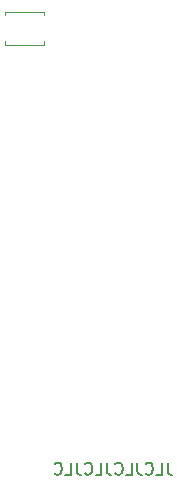
<source format=gbo>
G04 #@! TF.GenerationSoftware,KiCad,Pcbnew,7.0.10-7.0.10~ubuntu23.10.1*
G04 #@! TF.CreationDate,2024-03-11T19:26:56+01:00*
G04 #@! TF.ProjectId,peripherialModule,70657269-7068-4657-9269-616c4d6f6475,rev?*
G04 #@! TF.SameCoordinates,Original*
G04 #@! TF.FileFunction,Legend,Bot*
G04 #@! TF.FilePolarity,Positive*
%FSLAX46Y46*%
G04 Gerber Fmt 4.6, Leading zero omitted, Abs format (unit mm)*
G04 Created by KiCad (PCBNEW 7.0.10-7.0.10~ubuntu23.10.1) date 2024-03-11 19:26:56*
%MOMM*%
%LPD*%
G01*
G04 APERTURE LIST*
%ADD10C,0.150000*%
%ADD11C,0.120000*%
%ADD12R,1.700000X1.700000*%
%ADD13O,1.700000X1.700000*%
%ADD14R,1.500000X1.500000*%
%ADD15C,1.500000*%
%ADD16C,4.800000*%
%ADD17R,0.900000X1.700000*%
G04 APERTURE END LIST*
D10*
X221983106Y-105295819D02*
X221983106Y-106010104D01*
X221983106Y-106010104D02*
X222030725Y-106152961D01*
X222030725Y-106152961D02*
X222125963Y-106248200D01*
X222125963Y-106248200D02*
X222268820Y-106295819D01*
X222268820Y-106295819D02*
X222364058Y-106295819D01*
X221030725Y-106295819D02*
X221506915Y-106295819D01*
X221506915Y-106295819D02*
X221506915Y-105295819D01*
X220125963Y-106200580D02*
X220173582Y-106248200D01*
X220173582Y-106248200D02*
X220316439Y-106295819D01*
X220316439Y-106295819D02*
X220411677Y-106295819D01*
X220411677Y-106295819D02*
X220554534Y-106248200D01*
X220554534Y-106248200D02*
X220649772Y-106152961D01*
X220649772Y-106152961D02*
X220697391Y-106057723D01*
X220697391Y-106057723D02*
X220745010Y-105867247D01*
X220745010Y-105867247D02*
X220745010Y-105724390D01*
X220745010Y-105724390D02*
X220697391Y-105533914D01*
X220697391Y-105533914D02*
X220649772Y-105438676D01*
X220649772Y-105438676D02*
X220554534Y-105343438D01*
X220554534Y-105343438D02*
X220411677Y-105295819D01*
X220411677Y-105295819D02*
X220316439Y-105295819D01*
X220316439Y-105295819D02*
X220173582Y-105343438D01*
X220173582Y-105343438D02*
X220125963Y-105391057D01*
X219411677Y-105295819D02*
X219411677Y-106010104D01*
X219411677Y-106010104D02*
X219459296Y-106152961D01*
X219459296Y-106152961D02*
X219554534Y-106248200D01*
X219554534Y-106248200D02*
X219697391Y-106295819D01*
X219697391Y-106295819D02*
X219792629Y-106295819D01*
X218459296Y-106295819D02*
X218935486Y-106295819D01*
X218935486Y-106295819D02*
X218935486Y-105295819D01*
X217554534Y-106200580D02*
X217602153Y-106248200D01*
X217602153Y-106248200D02*
X217745010Y-106295819D01*
X217745010Y-106295819D02*
X217840248Y-106295819D01*
X217840248Y-106295819D02*
X217983105Y-106248200D01*
X217983105Y-106248200D02*
X218078343Y-106152961D01*
X218078343Y-106152961D02*
X218125962Y-106057723D01*
X218125962Y-106057723D02*
X218173581Y-105867247D01*
X218173581Y-105867247D02*
X218173581Y-105724390D01*
X218173581Y-105724390D02*
X218125962Y-105533914D01*
X218125962Y-105533914D02*
X218078343Y-105438676D01*
X218078343Y-105438676D02*
X217983105Y-105343438D01*
X217983105Y-105343438D02*
X217840248Y-105295819D01*
X217840248Y-105295819D02*
X217745010Y-105295819D01*
X217745010Y-105295819D02*
X217602153Y-105343438D01*
X217602153Y-105343438D02*
X217554534Y-105391057D01*
X216840248Y-105295819D02*
X216840248Y-106010104D01*
X216840248Y-106010104D02*
X216887867Y-106152961D01*
X216887867Y-106152961D02*
X216983105Y-106248200D01*
X216983105Y-106248200D02*
X217125962Y-106295819D01*
X217125962Y-106295819D02*
X217221200Y-106295819D01*
X215887867Y-106295819D02*
X216364057Y-106295819D01*
X216364057Y-106295819D02*
X216364057Y-105295819D01*
X214983105Y-106200580D02*
X215030724Y-106248200D01*
X215030724Y-106248200D02*
X215173581Y-106295819D01*
X215173581Y-106295819D02*
X215268819Y-106295819D01*
X215268819Y-106295819D02*
X215411676Y-106248200D01*
X215411676Y-106248200D02*
X215506914Y-106152961D01*
X215506914Y-106152961D02*
X215554533Y-106057723D01*
X215554533Y-106057723D02*
X215602152Y-105867247D01*
X215602152Y-105867247D02*
X215602152Y-105724390D01*
X215602152Y-105724390D02*
X215554533Y-105533914D01*
X215554533Y-105533914D02*
X215506914Y-105438676D01*
X215506914Y-105438676D02*
X215411676Y-105343438D01*
X215411676Y-105343438D02*
X215268819Y-105295819D01*
X215268819Y-105295819D02*
X215173581Y-105295819D01*
X215173581Y-105295819D02*
X215030724Y-105343438D01*
X215030724Y-105343438D02*
X214983105Y-105391057D01*
X214268819Y-105295819D02*
X214268819Y-106010104D01*
X214268819Y-106010104D02*
X214316438Y-106152961D01*
X214316438Y-106152961D02*
X214411676Y-106248200D01*
X214411676Y-106248200D02*
X214554533Y-106295819D01*
X214554533Y-106295819D02*
X214649771Y-106295819D01*
X213316438Y-106295819D02*
X213792628Y-106295819D01*
X213792628Y-106295819D02*
X213792628Y-105295819D01*
X212411676Y-106200580D02*
X212459295Y-106248200D01*
X212459295Y-106248200D02*
X212602152Y-106295819D01*
X212602152Y-106295819D02*
X212697390Y-106295819D01*
X212697390Y-106295819D02*
X212840247Y-106248200D01*
X212840247Y-106248200D02*
X212935485Y-106152961D01*
X212935485Y-106152961D02*
X212983104Y-106057723D01*
X212983104Y-106057723D02*
X213030723Y-105867247D01*
X213030723Y-105867247D02*
X213030723Y-105724390D01*
X213030723Y-105724390D02*
X212983104Y-105533914D01*
X212983104Y-105533914D02*
X212935485Y-105438676D01*
X212935485Y-105438676D02*
X212840247Y-105343438D01*
X212840247Y-105343438D02*
X212697390Y-105295819D01*
X212697390Y-105295819D02*
X212602152Y-105295819D01*
X212602152Y-105295819D02*
X212459295Y-105343438D01*
X212459295Y-105343438D02*
X212411676Y-105391057D01*
D11*
X211504800Y-69929200D02*
X208204800Y-69929200D01*
X211504800Y-69629200D02*
X211504800Y-69929200D01*
X211504800Y-67429200D02*
X211504800Y-67129200D01*
X211504800Y-67129200D02*
X208204800Y-67129200D01*
X208204800Y-69929200D02*
X208204800Y-69629200D01*
X208204800Y-67129200D02*
X208204800Y-67429200D01*
%LPC*%
D12*
X203200000Y-70000000D03*
D13*
X200660000Y-70000000D03*
X203200000Y-72540000D03*
X200660000Y-72540000D03*
X203200000Y-75080000D03*
X200660000Y-75080000D03*
X203200000Y-77620000D03*
X200660000Y-77620000D03*
X203200000Y-80160000D03*
X200660000Y-80160000D03*
X203200000Y-82700000D03*
X200660000Y-82700000D03*
X203200000Y-85240000D03*
X200660000Y-85240000D03*
X203200000Y-87780000D03*
X200660000Y-87780000D03*
X203200000Y-90320000D03*
X200660000Y-90320000D03*
X203200000Y-92860000D03*
X200660000Y-92860000D03*
X203200000Y-95400000D03*
X200660000Y-95400000D03*
D14*
X211509000Y-64770000D03*
D15*
X214281000Y-64770000D03*
X217054000Y-64770000D03*
X219826000Y-64770000D03*
X222599000Y-64770000D03*
X212895000Y-61930000D03*
X215668000Y-61930000D03*
X218440000Y-61930000D03*
X221213000Y-61930000D03*
D16*
X204559000Y-63350000D03*
X229549000Y-63350000D03*
D14*
X222599000Y-100330000D03*
D15*
X219827000Y-100330000D03*
X217054000Y-100330000D03*
X214282000Y-100330000D03*
X211509000Y-100330000D03*
X221213000Y-103170000D03*
X218440000Y-103170000D03*
X215668000Y-103170000D03*
X212895000Y-103170000D03*
D16*
X229549000Y-101750000D03*
X204559000Y-101750000D03*
D12*
X233680000Y-70000000D03*
D13*
X233680000Y-72540000D03*
X233680000Y-75080000D03*
X233680000Y-77620000D03*
X233680000Y-80160000D03*
D12*
X218440000Y-90297000D03*
D13*
X218440000Y-92837000D03*
X218440000Y-95377000D03*
D12*
X223520000Y-90297000D03*
D13*
X223520000Y-92837000D03*
X223520000Y-95377000D03*
D12*
X231140000Y-75080000D03*
D13*
X231140000Y-77620000D03*
X231140000Y-80160000D03*
D17*
X211554800Y-68529200D03*
X208154800Y-68529200D03*
%LPD*%
M02*

</source>
